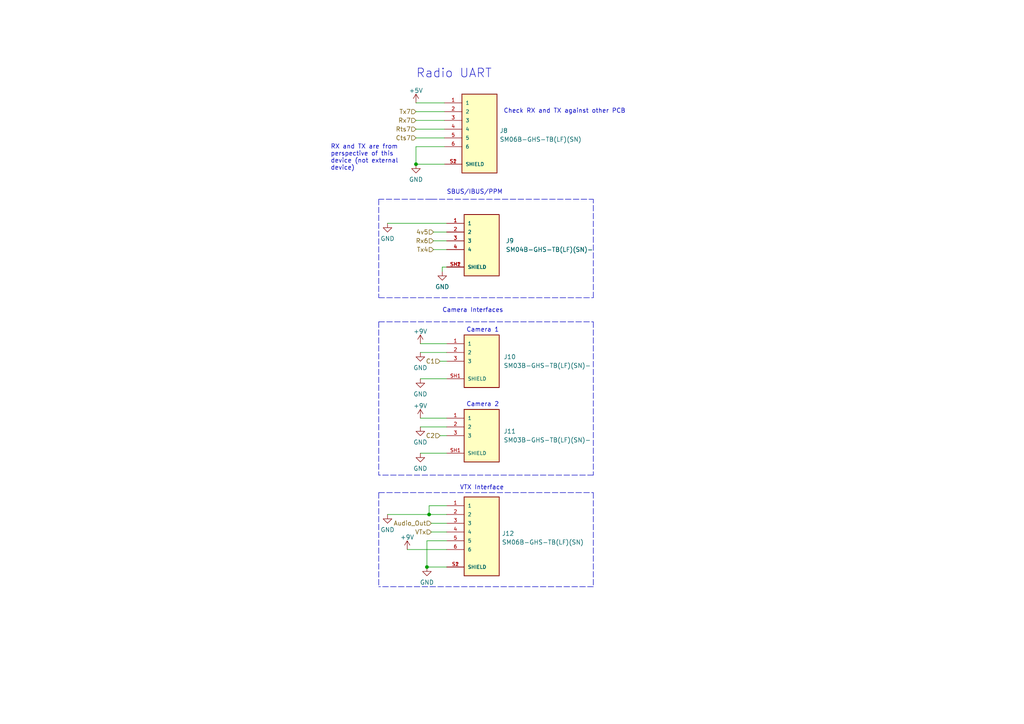
<source format=kicad_sch>
(kicad_sch (version 20211123) (generator eeschema)
  (paper "A4")
  (lib_symbols
    (symbol "SM03B-GHS-TB_LF__SN_:SM03B-GHS-TB(LF)(SN)-" (pin_names (offset 1.016))
      (property "Reference" "J" (at -5.08 7.62 0))
      (property "Value" "SM03B-GHS-TB(LF)(SN)-" (at -5.08 -12.7254 0))
      (symbol "SM03B-GHS-TB(LF)(SN)-_0_0"
        (rectangle (start -5.08 7.62) (end 5.08 -7.62) (stroke (width 0.254)) (fill (type background)))
        (pin passive line (at -10.16 5.08 0) (length 5.08) (name "1") (number "1"))
        (pin passive line (at -10.16 2.54 0) (length 5.08) (name "2") (number "2"))
        (pin passive line (at -10.16 0 0) (length 5.08) (name "3") (number "3"))
        (pin power_in line (at -10.16 -5.08 0) (length 5.08) (name "SHIELD") (number "SH1"))
      )
    )
    (symbol "SM03B-GHS-TB_LF__SN_:SM04B-GHS-TB(LF)(SN)-" (pin_names (offset 1.016))
      (property "Reference" "J" (at -5.08 7.62 0))
      (property "Value" "SM04B-GHS-TB(LF)(SN)-" (at -5.08 -12.7254 0))
      (symbol "SM04B-GHS-TB(LF)(SN)-_0_0"
        (rectangle (start -5.08 -10.16) (end 5.08 7.62) (stroke (width 0.254)) (fill (type background)))
        (pin passive line (at -10.16 5.08 0) (length 5.08) (name "1") (number "1"))
        (pin passive line (at -10.16 2.54 0) (length 5.08) (name "2") (number "2"))
        (pin passive line (at -10.16 0 0) (length 5.08) (name "3") (number "3"))
        (pin passive line (at -10.16 -2.54 0) (length 5.08) (name "4") (number "4"))
        (pin power_in line (at -10.16 -7.62 0) (length 5.08) (name "SHIELD") (number "SH1"))
        (pin power_in line (at -10.16 -7.62 0) (length 5.08) (name "SHIELD") (number "SH2"))
      )
    )
    (symbol "SM06B-GHS-TB_LF__SN_:SM06B-GHS-TB(LF)(SN)" (pin_names (offset 1.016))
      (property "Reference" "J" (at -5.08 11.43 0))
      (property "Value" "SM06B-GHS-TB(LF)(SN)" (at -5.08 -15.24 0))
      (symbol "SM06B-GHS-TB(LF)(SN)_0_0"
        (rectangle (start -5.08 -12.7) (end 5.08 10.16) (stroke (width 0.254)) (fill (type background)))
        (pin passive line (at -10.16 7.62 0) (length 5.08) (name "1") (number "1"))
        (pin passive line (at -10.16 5.08 0) (length 5.08) (name "2") (number "2"))
        (pin passive line (at -10.16 2.54 0) (length 5.08) (name "3") (number "3"))
        (pin passive line (at -10.16 0 0) (length 5.08) (name "4") (number "4"))
        (pin passive line (at -10.16 -2.54 0) (length 5.08) (name "5") (number "5"))
        (pin passive line (at -10.16 -5.08 0) (length 5.08) (name "6") (number "6"))
        (pin passive line (at -10.16 -10.16 0) (length 5.08) (name "SHIELD") (number "S1"))
        (pin passive line (at -10.16 -10.16 0) (length 5.08) (name "SHIELD") (number "S2"))
      )
    )
    (symbol "power:+5V" (power) (pin_names (offset 0))
      (property "Value" "+5V" (at 0 3.556 0))
      (symbol "+5V_0_1"
        (polyline (pts (xy -0.762 1.27) (xy 0 2.54)))
        (polyline (pts (xy 0 0) (xy 0 2.54)))
        (polyline (pts (xy 0 2.54) (xy 0.762 1.27)))
      )
      (symbol "+5V_1_1"
        (pin power_in line (at 0 0 90) (length 0) hide (name "+5V") (number "1"))
      )
    )
    (symbol "power:+9V" (power) (pin_names (offset 0))
      (property "Value" "+9V" (at 0 3.556 0))
      (symbol "+9V_0_1"
        (polyline (pts (xy -0.762 1.27) (xy 0 2.54)))
        (polyline (pts (xy 0 0) (xy 0 2.54)))
        (polyline (pts (xy 0 2.54) (xy 0.762 1.27)))
      )
      (symbol "+9V_1_1"
        (pin power_in line (at 0 0 90) (length 0) hide (name "+9V") (number "1"))
      )
    )
    (symbol "power:GND" (power) (pin_names (offset 0))
      (property "Value" "GND" (at 0 -3.81 0))
      (symbol "GND_0_1"
        (polyline (pts (xy 0 0) (xy 0 -1.27) (xy 1.27 -1.27) (xy 0 -2.54) (xy -1.27 -1.27) (xy 0 -1.27)))
      )
      (symbol "GND_1_1"
        (pin power_in line (at 0 0 270) (length 0) hide (name "GND") (number "1"))
      )
    )
  )
  (junction (at 120.65 47.625))
  (junction (at 123.825 164.465))
  (junction (at 124.46 149.225))
  (wire (pts (xy 120.65 34.925) (xy 128.905 34.925)))
  (wire (pts (xy 124.46 149.225) (xy 129.54 149.225)))
  (wire (pts (xy 120.65 40.005) (xy 128.905 40.005)))
  (wire (pts (xy 127.635 104.775) (xy 129.54 104.775)))
  (wire (pts (xy 125.095 154.305) (xy 129.54 154.305)))
  (polyline (pts (xy 125.095 57.785) (xy 172.085 57.785)))
  (wire (pts (xy 121.92 102.235) (xy 129.54 102.235)))
  (wire (pts (xy 125.73 72.39) (xy 129.54 72.39)))
  (wire (pts (xy 125.095 151.765) (xy 129.54 151.765)))
  (polyline (pts (xy 109.855 142.875) (xy 172.085 142.875)))
  (wire (pts (xy 124.46 146.685) (xy 129.54 146.685)))
  (polyline (pts (xy 172.085 93.345) (xy 172.085 137.795)))
  (wire (pts (xy 112.395 149.225) (xy 124.46 149.225)))
  (wire (pts (xy 121.92 123.825) (xy 129.54 123.825)))
  (wire (pts (xy 123.825 156.845) (xy 129.54 156.845)))
  (wire (pts (xy 125.73 69.85) (xy 129.54 69.85)))
  (polyline (pts (xy 125.095 57.785) (xy 109.855 57.785)))
  (wire (pts (xy 123.825 156.845) (xy 123.825 164.465)))
  (wire (pts (xy 127.635 126.365) (xy 129.54 126.365)))
  (wire (pts (xy 120.65 29.845) (xy 128.905 29.845)))
  (wire (pts (xy 129.54 77.47) (xy 128.27 77.47)))
  (wire (pts (xy 121.92 131.445) (xy 129.54 131.445)))
  (wire (pts (xy 121.92 121.285) (xy 129.54 121.285)))
  (wire (pts (xy 128.905 42.545) (xy 120.65 42.545)))
  (polyline (pts (xy 172.085 86.36) (xy 172.085 57.785)))
  (polyline (pts (xy 109.855 86.36) (xy 172.085 86.36)))
  (wire (pts (xy 123.825 164.465) (xy 129.54 164.465)))
  (wire (pts (xy 120.65 32.385) (xy 128.905 32.385)))
  (polyline (pts (xy 172.085 170.18) (xy 109.855 170.18)))
  (polyline (pts (xy 172.085 137.795) (xy 109.855 137.795)))
  (wire (pts (xy 125.73 67.31) (xy 129.54 67.31)))
  (wire (pts (xy 120.65 47.625) (xy 128.905 47.625)))
  (wire (pts (xy 121.92 99.695) (xy 129.54 99.695)))
  (polyline (pts (xy 109.855 93.345) (xy 172.085 93.345)))
  (wire (pts (xy 121.92 109.855) (xy 129.54 109.855)))
  (polyline (pts (xy 109.855 93.345) (xy 109.855 137.795)))
  (wire (pts (xy 120.65 37.465) (xy 128.905 37.465)))
  (wire (pts (xy 128.27 77.47) (xy 128.27 78.74)))
  (wire (pts (xy 112.395 64.77) (xy 129.54 64.77)))
  (polyline (pts (xy 172.085 142.875) (xy 172.085 170.18)))
  (wire (pts (xy 124.46 146.685) (xy 124.46 149.225)))
  (wire (pts (xy 120.65 42.545) (xy 120.65 47.625)))
  (polyline (pts (xy 109.855 142.875) (xy 109.855 170.18)))
  (wire (pts (xy 118.11 159.385) (xy 129.54 159.385)))
  (polyline (pts (xy 109.855 57.785) (xy 109.855 86.36)))
  (text "RX and TX are from\nperspective of this \ndevice (not external\ndevice)" (at 95.885 49.53 0) (effects (font (size 1.27 1.27)) (justify left bottom)))
  (text "SBUS/IBUS/PPM" (at 129.54 56.515 0) (effects (font (size 1.27 1.27)) (justify left bottom)))
  (text "Camera Interfaces" (at 128.27 90.805 0) (effects (font (size 1.27 1.27)) (justify left bottom)))
  (text "Check RX and TX against other PCB" (at 146.05 33.02 0) (effects (font (size 1.27 1.27)) (justify left bottom)))
  (text "Camera 2" (at 135.255 118.11 0) (effects (font (size 1.27 1.27)) (justify left bottom)))
  (text "Radio UART" (at 120.65 22.86 0) (effects (font (size 2.54 2.54)) (justify left bottom)))
  (text "Camera 1" (at 135.255 96.52 0) (effects (font (size 1.27 1.27)) (justify left bottom)))
  (text "VTX Interface" (at 133.35 142.24 0) (effects (font (size 1.27 1.27)) (justify left bottom)))
  (hierarchical_label "Rts7" (shape input) (at 120.65 37.465 180))
  (hierarchical_label "C2" (shape input) (at 127.635 126.365 180))
  (hierarchical_label "C1" (shape input) (at 127.635 104.775 180))
  (hierarchical_label "Rx7" (shape input) (at 120.65 34.925 180))
  (hierarchical_label "Tx7" (shape input) (at 120.65 32.385 180))
  (hierarchical_label "Tx4" (shape input) (at 125.73 72.39 180))
  (hierarchical_label "Audio_Out" (shape input) (at 125.095 151.765 180))
  (hierarchical_label "Cts7" (shape input) (at 120.65 40.005 180))
  (hierarchical_label "4v5" (shape input) (at 125.73 67.31 180))
  (hierarchical_label "VTx" (shape input) (at 125.095 154.305 180))
  (hierarchical_label "Rx6" (shape input) (at 125.73 69.85 180))
  (symbol (lib_id "power:GND") (at 121.92 123.825 0) (unit 1)
    (property "Reference" "#PWR0117" (effects hide))
    (property "Value" "GND" (at 121.92 128.2684 0))
  )
  (symbol (lib_id "power:GND") (at 123.825 164.465 0) (unit 1)
    (property "Reference" "#PWR0119" (effects hide))
    (property "Value" "GND" (at 123.825 168.9084 0))
  )
  (symbol (lib_id "power:GND") (at 112.395 149.225 0) (unit 1)
    (property "Reference" "#PWR0120" (effects hide))
    (property "Value" "GND" (at 112.395 153.6684 0))
  )
  (symbol (lib_id "SM03B-GHS-TB_LF__SN_:SM03B-GHS-TB(LF)(SN)-") (at 139.7 104.775 0) (unit 1)
    (property "Reference" "J10" (at 146.05 103.5049 0) (effects (justify left)))
    (property "Value" "SM03B-GHS-TB(LF)(SN)-" (at 146.05 106.0449 0) (effects (justify left)))
    (property "Footprint" "Footprints:JST_SM03B-GHS-TB(LF)(SN)-" (effects hide))
    (property "MANUFACTURER" "JHS" (effects hide))
    (property "PARTREV" "NA" (effects hide))
    (property "STANDARD" "Manufacturer Recommendations" (effects hide))
  )
  (symbol (lib_id "power:GND") (at 121.92 102.235 0) (unit 1)
    (property "Reference" "#PWR0118" (effects hide))
    (property "Value" "GND" (at 121.92 106.6784 0))
  )
  (symbol (lib_id "SM06B-GHS-TB_LF__SN_:SM06B-GHS-TB(LF)(SN)") (at 139.065 37.465 0) (unit 1)
    (property "Reference" "J8" (at 144.907 37.9003 0) (effects (justify left)))
    (property "Value" "SM06B-GHS-TB(LF)(SN)" (at 144.907 40.4372 0) (effects (justify left)))
    (property "Footprint" "Footprints:JST_SM06B-GHS-TB(LF)(SN)" (effects hide))
    (property "PARTREV" "N/A" (effects hide))
    (property "STANDARD" "Manufacturer Recommendations" (effects hide))
    (property "MAXIMUM_PACKAGE_HEIGHT" "4.25mm" (effects hide))
    (property "MANUFACTURER" "JST" (effects hide))
  )
  (symbol (lib_id "SM03B-GHS-TB_LF__SN_:SM04B-GHS-TB(LF)(SN)-") (at 139.7 69.85 0) (unit 1)
    (property "Reference" "J9" (at 146.685 69.8499 0) (effects (justify left)))
    (property "Value" "SM04B-GHS-TB(LF)(SN)-" (at 146.685 72.3899 0) (effects (justify left)))
    (property "Footprint" "JST_SM04B-GHS-TB(LF)(SN)-" (effects hide))
    (property "MANUFACTURER" "JHS" (effects hide))
    (property "PARTREV" "NA" (effects hide))
    (property "STANDARD" "Manufacturer Recommendations" (effects hide))
  )
  (symbol (lib_id "power:GND") (at 112.395 64.77 0) (unit 1)
    (property "Reference" "#PWR0124" (effects hide))
    (property "Value" "GND" (at 112.395 69.2134 0))
  )
  (symbol (lib_id "power:GND") (at 121.92 109.855 0) (unit 1)
    (property "Reference" "#PWR0113" (effects hide))
    (property "Value" "GND" (at 121.92 114.2984 0))
  )
  (symbol (lib_id "power:GND") (at 121.92 131.445 0) (unit 1)
    (property "Reference" "#PWR0114" (effects hide))
    (property "Value" "GND" (at 121.92 135.8884 0))
  )
  (symbol (lib_id "power:+5V") (at 120.65 29.845 0) (unit 1)
    (property "Reference" "#PWR0123" (effects hide))
    (property "Value" "+5V" (at 120.65 26.2692 0))
  )
  (symbol (lib_id "power:+9V") (at 121.92 121.285 0) (unit 1)
    (property "Reference" "#PWR0116" (effects hide))
    (property "Value" "+9V" (at 121.92 117.7092 0))
  )
  (symbol (lib_id "power:+9V") (at 118.11 159.385 0) (unit 1)
    (property "Reference" "#PWR0121" (effects hide))
    (property "Value" "+9V" (at 118.11 155.8092 0))
  )
  (symbol (lib_id "SM03B-GHS-TB_LF__SN_:SM03B-GHS-TB(LF)(SN)-") (at 139.7 126.365 0) (unit 1)
    (property "Reference" "J11" (at 146.05 125.0949 0) (effects (justify left)))
    (property "Value" "SM03B-GHS-TB(LF)(SN)-" (at 146.05 127.6349 0) (effects (justify left)))
    (property "Footprint" "Footprints:JST_SM03B-GHS-TB(LF)(SN)-" (effects hide))
    (property "MANUFACTURER" "JHS" (effects hide))
    (property "PARTREV" "NA" (effects hide))
    (property "STANDARD" "Manufacturer Recommendations" (effects hide))
  )
  (symbol (lib_id "power:+9V") (at 121.92 99.695 0) (unit 1)
    (property "Reference" "#PWR0115" (effects hide))
    (property "Value" "+9V" (at 121.92 96.1192 0))
  )
  (symbol (lib_id "power:GND") (at 120.65 47.625 0) (unit 1)
    (property "Reference" "#PWR0122" (effects hide))
    (property "Value" "GND" (at 120.65 52.0684 0))
  )
  (symbol (lib_id "SM06B-GHS-TB_LF__SN_:SM06B-GHS-TB(LF)(SN)") (at 139.7 154.305 0) (unit 1)
    (property "Reference" "J12" (at 145.542 154.7403 0) (effects (justify left)))
    (property "Value" "SM06B-GHS-TB(LF)(SN)" (at 145.542 157.2772 0) (effects (justify left)))
    (property "Footprint" "Footprints:JST_SM06B-GHS-TB(LF)(SN)" (effects hide))
    (property "PARTREV" "N/A" (effects hide))
    (property "STANDARD" "Manufacturer Recommendations" (effects hide))
    (property "MAXIMUM_PACKAGE_HEIGHT" "4.25mm" (effects hide))
    (property "MANUFACTURER" "JST" (effects hide))
  )
  (symbol (lib_id "power:GND") (at 128.27 78.74 0) (unit 1)
    (property "Reference" "#PWR0125" (effects hide))
    (property "Value" "GND" (at 128.27 83.1834 0))
  )
)
</source>
